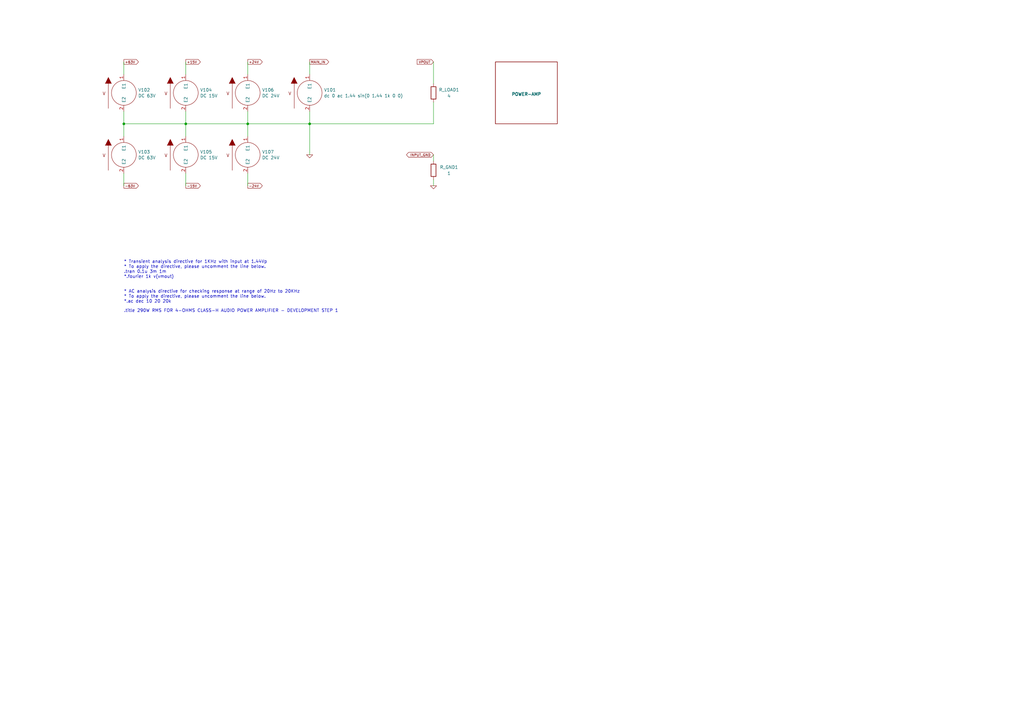
<source format=kicad_sch>
(kicad_sch (version 20211123) (generator eeschema)
  (paper "A3")
  (title_block (title "290 WATTS RMS CLASS-H\\nAUDIO POWER AMPLIFIER\\nFOR 4-OHMS LOUDSPEAKER") (date "2022-10-24") (company "BSD POWER AMP"))
  (lib_symbols
    (symbol "Device:R" (pin_numbers hide) (pin_names (offset 0))
      (property "Reference" "R" (at 2.032 0 90))
      (property "Value" "R" (at 0 0 90))
      (symbol "R_0_1"
        (rectangle (start -1.016 -2.54) (end 1.016 2.54) (stroke (width 0.254)))
      )
      (symbol "R_1_1"
        (pin passive line (at 0 3.81 270) (length 1.27) (name "~") (number "1"))
        (pin passive line (at 0 -3.81 90) (length 1.27) (name "~") (number "2"))
      )
    )
    (symbol "pspice:0" (power) (pin_names (offset 0))
      (property "Value" "0" (at 0 -1.778 0))
      (symbol "0_0_1"
        (polyline (pts (xy -1.27 0) (xy 0 -1.27) (xy 1.27 0) (xy -1.27 0)))
      )
      (symbol "0_1_1"
        (pin power_in line (at 0 0 0) (length 0) hide (name "0") (number "1"))
      )
    )
    (symbol "pspice:VSOURCE" (pin_names (offset 1.016))
      (property "Reference" "V" (at -6.35 7.62 0))
      (property "Value" "VSOURCE" (at 0 0 0))
      (symbol "VSOURCE_0_1"
        (polyline (pts (xy -6.35 -6.35) (xy -6.35 3.81)) (fill (type outline)))
        (polyline (pts (xy -7.62 3.81) (xy -6.35 6.35) (xy -5.08 3.81)) (fill (type outline)))
        (circle (center 0 0) (radius 5.08))
        (text "V" (at -8.128 -0.254 0) (effects (font (size 1.27 1.27))))
      )
      (symbol "VSOURCE_1_1"
        (pin input line (at 0 7.62 270) (length 2.54) (name "E1") (number "1"))
        (pin input line (at 0 -7.62 90) (length 2.54) (name "E2") (number "2"))
      )
    )
  )
  (junction (at 50.8 50.8))
  (junction (at 127 50.8))
  (junction (at 76.2 50.8))
  (junction (at 101.6 50.8))
  (wire (pts (xy 177.8 63.5) (xy 177.8 66.04)))
  (wire (pts (xy 127 50.8) (xy 127 63.5)))
  (wire (pts (xy 127 45.72) (xy 127 50.8)))
  (wire (pts (xy 50.8 45.72) (xy 50.8 50.8)))
  (wire (pts (xy 76.2 50.8) (xy 101.6 50.8)))
  (wire (pts (xy 177.8 41.91) (xy 177.8 50.8)))
  (wire (pts (xy 101.6 55.88) (xy 101.6 50.8)))
  (wire (pts (xy 101.6 76.2) (xy 101.6 71.12)))
  (wire (pts (xy 177.8 25.4) (xy 177.8 34.29)))
  (wire (pts (xy 50.8 76.2) (xy 50.8 71.12)))
  (wire (pts (xy 101.6 50.8) (xy 127 50.8)))
  (wire (pts (xy 50.8 25.4) (xy 50.8 30.48)))
  (wire (pts (xy 76.2 50.8) (xy 50.8 50.8)))
  (wire (pts (xy 101.6 45.72) (xy 101.6 50.8)))
  (wire (pts (xy 177.8 73.66) (xy 177.8 76.2)))
  (wire (pts (xy 76.2 25.4) (xy 76.2 30.48)))
  (wire (pts (xy 127 25.4) (xy 127 30.48)))
  (wire (pts (xy 50.8 50.8) (xy 50.8 55.88)))
  (wire (pts (xy 127 50.8) (xy 177.8 50.8)))
  (wire (pts (xy 101.6 25.4) (xy 101.6 30.48)))
  (wire (pts (xy 76.2 76.2) (xy 76.2 71.12)))
  (wire (pts (xy 76.2 45.72) (xy 76.2 50.8)))
  (wire (pts (xy 76.2 55.88) (xy 76.2 50.8)))
  (text "* Transient analysis directive for 1KHz with input at 1.44Vp\n* To apply the directive, please uncomment the line below.\n.tran 0.1u 3m 1m\n*.fourier 1k v(vmout)" (at 50.8 114.3 0) (effects (font (size 1.27 1.27)) (justify left bottom)))
  (text ".title 290W RMS FOR 4-OHMS CLASS-H AUDIO POWER AMPLIFIER - DEVELOPMENT STEP 1" (at 50.8 128.27 0) (effects (font (size 1.27 1.27)) (justify left bottom)))
  (text "* AC analysis directive for checking response at range of 20Hz to 20KHz\n* To apply the directive, please uncomment the line below.\n*.ac dec 10 20 20k" (at 50.8 124.46 0) (effects (font (size 1.27 1.27)) (justify left bottom)))
  (global_label "-63V" (shape output) (at 50.8 76.2 0) (effects (font (size 1.016 1.016))) (property "Intersheet References" "${INTERSHEET_REFS}" (effects hide)))
  (global_label "-24V" (shape output) (at 101.6 76.2 0) (effects (font (size 1.016 1.016))) (property "Intersheet References" "${INTERSHEET_REFS}" (effects hide)))
  (global_label "+24V" (shape output) (at 101.6 25.4 0) (effects (font (size 1.016 1.016))) (property "Intersheet References" "${INTERSHEET_REFS}" (effects hide)))
  (global_label "+15V" (shape output) (at 76.2 25.4 0) (effects (font (size 1.016 1.016))) (property "Intersheet References" "${INTERSHEET_REFS}" (effects hide)))
  (global_label "+63V" (shape output) (at 50.8 25.4 0) (effects (font (size 1.016 1.016))) (property "Intersheet References" "${INTERSHEET_REFS}" (effects hide)))
  (global_label "VPOUT" (shape input) (at 177.8 25.4 180) (effects (font (size 1.016 1.016))) (property "Intersheet References" "${INTERSHEET_REFS}" (effects hide)))
  (global_label "MAIN_IN" (shape output) (at 127 25.4 0) (effects (font (size 1.016 1.016))) (property "Intersheet References" "${INTERSHEET_REFS}" (effects hide)))
  (global_label "-15V" (shape output) (at 76.2 76.2 0) (effects (font (size 1.016 1.016))) (property "Intersheet References" "${INTERSHEET_REFS}" (effects hide)))
  (global_label "INPUT_GND" (shape bidirectional) (at 177.8 63.5 180) (effects (font (size 1.016 1.016))) (property "Intersheet References" "${INTERSHEET_REFS}" (effects hide)))
  (symbol (lib_id "pspice:VSOURCE") (at 101.6 38.1 0) (unit 1)
    (property "Reference" "V106" (at 107.442 36.9062 0) (effects (justify left)))
    (property "Value" "DC 24V" (at 107.442 39.2684 0) (effects (justify left)))
  )
  (symbol (lib_id "pspice:0") (at 127 63.5 0) (unit 1)
    (property "Reference" "#GND0105" (effects hide))
    (property "Value" "0" (effects hide))
  )
  (symbol (lib_id "pspice:VSOURCE") (at 76.2 38.1 0) (unit 1)
    (property "Reference" "V104" (at 82.042 36.9062 0) (effects (justify left)))
    (property "Value" "DC 15V" (at 82.042 39.2684 0) (effects (justify left)))
  )
  (symbol (lib_id "pspice:VSOURCE") (at 76.2 63.5 0) (unit 1)
    (property "Reference" "V105" (at 82.042 62.3062 0) (effects (justify left)))
    (property "Value" "DC 15V" (at 82.042 64.6684 0) (effects (justify left)))
  )
  (symbol (lib_id "pspice:VSOURCE") (at 101.6 63.5 0) (unit 1)
    (property "Reference" "V107" (at 107.442 62.3062 0) (effects (justify left)))
    (property "Value" "DC 24V" (at 107.442 64.6684 0) (effects (justify left)))
  )
  (symbol (lib_id "Device:R") (at 177.8 38.1 0) (unit 1)
    (property "Reference" "R_LOAD1" (at 184.15 36.83 0))
    (property "Value" "4" (at 184.15 39.37 0))
  )
  (symbol (lib_id "pspice:VSOURCE") (at 50.8 63.5 0) (unit 1)
    (property "Reference" "V103" (at 56.642 62.3062 0) (effects (justify left)))
    (property "Value" "DC 63V" (at 56.642 64.6684 0) (effects (justify left)))
  )
  (symbol (lib_id "pspice:VSOURCE") (at 127 38.1 0) (unit 1)
    (property "Reference" "V101" (at 132.842 36.9062 0) (effects (justify left)))
    (property "Value" "dc 0 ac 1.44 sin(0 1.44 1k 0 0)" (at 132.842 39.2684 0) (effects (justify left)))
  )
  (symbol (lib_id "Device:R") (at 177.8 69.85 0) (unit 1)
    (property "Reference" "R_GND1" (at 184.15 68.58 0))
    (property "Value" "1" (at 184.15 71.12 0))
  )
  (symbol (lib_id "pspice:0") (at 177.8 76.2 0) (unit 1)
    (property "Reference" "#GND0116" (effects hide))
    (property "Value" "0" (effects hide))
  )
  (symbol (lib_id "pspice:VSOURCE") (at 50.8 38.1 0) (unit 1)
    (property "Reference" "V102" (at 56.642 36.9062 0) (effects (justify left)))
    (property "Value" "DC 63V" (at 56.642 39.2684 0) (effects (justify left)))
  )
  (sheet (at 203.2 25.4) (size 25.4 25.4) (stroke (width 0.1524))
    (property "Sheet name" "POWER-AMP" (at 215.9 39.37 0) (effects (font bold) (justify bottom)))
    (property "Sheet file" "POWER-AMP-BLOCK.kicad_sch" (effects hide))
  )
)
</source>
